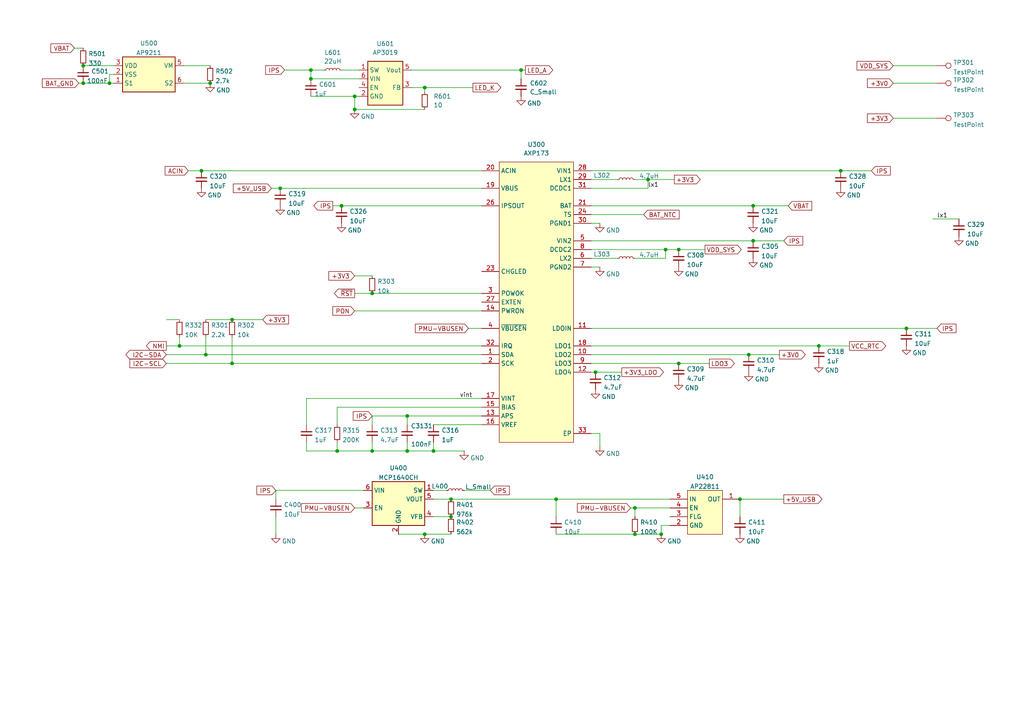
<source format=kicad_sch>
(kicad_sch (version 20211123) (generator eeschema)
  (paper "A4")
  (lib_symbols
    (symbol "Connector:TestPoint" (pin_numbers hide) (pin_names (offset 0.762) hide)
      (property "Reference" "TP" (at 0 6.858 0))
      (property "Value" "TestPoint" (at 0 5.08 0))
      (symbol "TestPoint_0_1"
        (circle (center 0 3.302) (radius 0.762))
      )
      (symbol "TestPoint_1_1"
        (pin passive line (at 0 0 90) (length 2.54) (name "1") (number "1"))
      )
    )
    (symbol "Device:C_Small" (pin_numbers hide) (pin_names (offset 0.254) hide)
      (property "Reference" "C" (at 0.254 1.778 0))
      (property "Value" "C_Small" (at 0.254 -2.032 0))
      (symbol "C_Small_0_1"
        (polyline (pts (xy -1.524 -0.508) (xy 1.524 -0.508)) (stroke (width 0.3302)))
        (polyline (pts (xy -1.524 0.508) (xy 1.524 0.508)) (stroke (width 0.3048)))
      )
      (symbol "C_Small_1_1"
        (pin passive line (at 0 2.54 270) (length 2.032) (name "~") (number "1"))
        (pin passive line (at 0 -2.54 90) (length 2.032) (name "~") (number "2"))
      )
    )
    (symbol "Device:L_Small" (pin_numbers hide) (pin_names (offset 0.254) hide)
      (property "Reference" "L" (at 0.762 1.016 0))
      (property "Value" "L_Small" (at 0.762 -1.016 0))
      (symbol "L_Small_0_1"
        (arc (start 0 -2.032) (mid 0.508 -1.524) (end 0 -1.016))
        (arc (start 0 -1.016) (mid 0.508 -0.508) (end 0 0))
        (arc (start 0 0) (mid 0.508 0.508) (end 0 1.016))
        (arc (start 0 1.016) (mid 0.508 1.524) (end 0 2.032))
      )
      (symbol "L_Small_1_1"
        (pin passive line (at 0 2.54 270) (length 0.508) (name "~") (number "1"))
        (pin passive line (at 0 -2.54 90) (length 0.508) (name "~") (number "2"))
      )
    )
    (symbol "Device:R_Small" (pin_numbers hide) (pin_names (offset 0.254) hide)
      (property "Reference" "R" (at 0.762 0.508 0))
      (property "Value" "R_Small" (at 0.762 -1.016 0))
      (symbol "R_Small_0_1"
        (rectangle (start -0.762 1.778) (end 0.762 -1.778) (stroke (width 0.2032)))
      )
      (symbol "R_Small_1_1"
        (pin passive line (at 0 2.54 270) (length 0.762) (name "~") (number "1"))
        (pin passive line (at 0 -2.54 90) (length 0.762) (name "~") (number "2"))
      )
    )
    (symbol "Regulator_Switching:MCP1640CH"
      (property "Reference" "U" (at -7.62 8.89 0))
      (property "Value" "MCP1640CH" (at -1.27 8.89 0))
      (symbol "MCP1640CH_0_1"
        (rectangle (start -7.62 7.62) (end 7.62 -5.08) (stroke (width 0.254)) (fill (type background)))
      )
      (symbol "MCP1640CH_1_1"
        (pin input line (at 10.16 5.08 180) (length 2.54) (name "SW") (number "1"))
        (pin power_in line (at 0 -7.62 90) (length 2.54) (name "GND") (number "2"))
        (pin input line (at -10.16 0 0) (length 2.54) (name "EN") (number "3"))
        (pin input line (at 10.16 -2.54 180) (length 2.54) (name "VFB") (number "4"))
        (pin power_out line (at 10.16 2.54 180) (length 2.54) (name "VOUT") (number "5"))
        (pin power_in line (at -10.16 5.08 0) (length 2.54) (name "VIN") (number "6"))
      )
    )
    (symbol "diodes:AP22811"
      (property "Reference" "U" (at -2.54 1.27 0))
      (property "Value" "AP22811" (at 5.08 1.27 0))
      (symbol "AP22811_0_1"
        (rectangle (start -5.08 0) (end 5.08 -12.7) (stroke (width 0.1524)) (fill (type background)))
      )
      (symbol "AP22811_1_1"
        (pin input line (at 10.16 -2.54 180) (length 5.08) (name "OUT") (number "1"))
        (pin input line (at -10.16 -10.16 0) (length 5.08) (name "GND") (number "2"))
        (pin input line (at -10.16 -7.62 0) (length 5.08) (name "FLG") (number "3"))
        (pin input line (at -10.16 -5.08 0) (length 5.08) (name "EN") (number "4"))
        (pin input line (at -10.16 -2.54 0) (length 5.08) (name "IN") (number "5"))
      )
    )
    (symbol "diodes:AP3019"
      (property "Reference" "U" (at -5.08 7.62 0))
      (property "Value" "AP3019" (at 5.08 7.62 0))
      (symbol "AP3019_0_1"
        (rectangle (start -5.08 5.08) (end 5.08 -7.62) (stroke (width 0.254)) (fill (type background)))
      )
      (symbol "AP3019_1_1"
        (pin open_collector line (at -7.62 2.54 0) (length 2.54) (name "SW") (number "1"))
        (pin power_in line (at -7.62 -5.08 0) (length 2.54) (name "GND") (number "2"))
        (pin input line (at 7.62 -2.54 180) (length 2.54) (name "FB") (number "3"))
        (pin input line (at -7.62 -2.54 0) (length 2.54) (name "EN") (number "4"))
        (pin output line (at 7.62 2.54 180) (length 2.54) (name "Vout") (number "5"))
        (pin power_in line (at -7.62 0 0) (length 2.54) (name "VIN") (number "6"))
      )
    )
    (symbol "diodes:AP9211"
      (property "Reference" "U" (at -7.62 6.35 0))
      (property "Value" "AP9211" (at 6.35 6.35 0))
      (symbol "AP9211_0_1"
        (rectangle (start -7.62 5.08) (end 7.62 -5.08) (stroke (width 0.254)) (fill (type background)))
      )
      (symbol "AP9211_1_1"
        (pin output line (at -10.16 -2.54 0) (length 2.54) (name "S1") (number "1"))
        (pin power_in line (at -10.16 0 0) (length 2.54) (name "VSS") (number "2"))
        (pin power_in line (at -10.16 2.54 0) (length 2.54) (name "VDD") (number "3"))
        (pin passive line (at 10.16 2.54 180) (length 2.54) (name "VM") (number "5"))
        (pin output line (at 10.16 -2.54 180) (length 2.54) (name "S2") (number "6"))
      )
    )
    (symbol "power:GND" (power) (pin_names (offset 0))
      (property "Value" "GND" (at 0 -3.81 0))
      (symbol "GND_0_1"
        (polyline (pts (xy 0 0) (xy 0 -1.27) (xy 1.27 -1.27) (xy 0 -2.54) (xy -1.27 -1.27) (xy 0 -1.27)))
      )
      (symbol "GND_1_1"
        (pin power_in line (at 0 0 270) (length 0) hide (name "GND") (number "1"))
      )
    )
    (symbol "xpowers:AXP173"
      (property "Reference" "U" (at -2.54 2.54 0))
      (property "Value" "AXP173" (at 3.81 2.54 0))
      (symbol "AXP173_0_1"
        (rectangle (start -10.16 0) (end 11.43 -81.28) (stroke (width 0.1524)) (fill (type background)))
      )
      (symbol "AXP173_1_0"
        (pin passive line (at -15.24 -55.88 0) (length 5.08) (name "SDA") (number "1"))
        (pin passive line (at 16.51 -55.88 180) (length 5.08) (name "LDO2") (number "10"))
        (pin passive line (at 16.51 -48.26 180) (length 5.08) (name "LDOIN") (number "11"))
        (pin passive line (at 16.51 -60.96 180) (length 5.08) (name "LDO4") (number "12"))
        (pin passive line (at -15.24 -73.66 0) (length 5.08) (name "APS") (number "13"))
        (pin passive line (at -15.24 -43.18 0) (length 5.08) (name "PWRON") (number "14"))
        (pin passive line (at -15.24 -71.12 0) (length 5.08) (name "BIAS") (number "15"))
        (pin passive line (at -15.24 -76.2 0) (length 5.08) (name "VREF") (number "16"))
        (pin passive line (at -15.24 -68.58 0) (length 5.08) (name "VINT") (number "17"))
        (pin passive line (at 16.51 -53.34 180) (length 5.08) (name "LDO1") (number "18"))
        (pin passive line (at -15.24 -7.62 0) (length 5.08) (name "VBUS") (number "19"))
        (pin passive line (at -15.24 -58.42 0) (length 5.08) (name "SCK") (number "2"))
        (pin passive line (at -15.24 -2.54 0) (length 5.08) (name "ACIN") (number "20"))
        (pin passive line (at 16.51 -12.7 180) (length 5.08) (name "BAT") (number "21"))
        (pin passive line (at 16.51 -12.7 180) (length 5.08) hide (name "BAT") (number "22"))
        (pin passive line (at -15.24 -31.75 0) (length 5.08) (name "CHGLED") (number "23"))
        (pin passive line (at 16.51 -15.24 180) (length 5.08) (name "TS") (number "24"))
        (pin passive line (at -15.24 -12.7 0) (length 5.08) hide (name "IPSOUT") (number "25"))
        (pin passive line (at -15.24 -12.7 0) (length 5.08) (name "IPSOUT") (number "26"))
        (pin passive line (at -15.24 -40.64 0) (length 5.08) (name "EXTEN") (number "27"))
        (pin passive line (at 16.51 -2.54 180) (length 5.08) (name "VIN1") (number "28"))
        (pin passive line (at 16.51 -5.08 180) (length 5.08) (name "LX1") (number "29"))
        (pin passive line (at -15.24 -38.1 0) (length 5.08) (name "POWOK") (number "3"))
        (pin passive line (at 16.51 -17.78 180) (length 5.08) (name "PGND1") (number "30"))
        (pin passive line (at 16.51 -7.62 180) (length 5.08) (name "DCDC1") (number "31"))
        (pin passive line (at -15.24 -53.34 0) (length 5.08) (name "IRQ") (number "32"))
        (pin passive line (at 16.51 -78.74 180) (length 5.08) (name "EP") (number "33"))
        (pin passive line (at -15.24 -48.26 0) (length 5.08) (name "~{VBUSEN}") (number "4"))
        (pin passive line (at 16.51 -22.86 180) (length 5.08) (name "VIN2") (number "5"))
        (pin passive line (at 16.51 -27.94 180) (length 5.08) (name "LX2") (number "6"))
        (pin passive line (at 16.51 -30.48 180) (length 5.08) (name "PGND2") (number "7"))
        (pin passive line (at 16.51 -25.4 180) (length 5.08) (name "DCDC2") (number "8"))
        (pin passive line (at 16.51 -58.42 180) (length 5.08) (name "LDO3") (number "9"))
      )
    )
  )
  (junction (at 262.89 95.25))
  (junction (at 196.85 72.39) (diameter 0.9144))
  (junction (at 67.31 92.71))
  (junction (at 102.87 31.75))
  (junction (at 99.06 59.69) (diameter 0.9144))
  (junction (at 237.49 100.33))
  (junction (at 243.84 49.53))
  (junction (at 184.15 147.32) (diameter 0.9144))
  (junction (at 196.85 105.41))
  (junction (at 31.75 24.13))
  (junction (at 151.13 20.32))
  (junction (at 67.31 105.41) (diameter 0.9144))
  (junction (at 58.42 49.53) (diameter 0.9144))
  (junction (at 125.73 130.81) (diameter 0.9144))
  (junction (at 107.95 130.81) (diameter 0.9144))
  (junction (at 218.44 59.69) (diameter 0.9144))
  (junction (at 24.13 24.13))
  (junction (at 118.11 130.81) (diameter 0.9144))
  (junction (at 90.17 22.86))
  (junction (at 191.77 154.94) (diameter 0.9144))
  (junction (at 123.19 154.94) (diameter 0.9144))
  (junction (at 60.96 24.13))
  (junction (at 107.95 85.09) (diameter 0.9144))
  (junction (at 217.17 102.87))
  (junction (at 161.29 144.78) (diameter 0.9144))
  (junction (at 187.96 52.07) (diameter 0.9144))
  (junction (at 90.17 20.32))
  (junction (at 184.15 154.94) (diameter 0.9144))
  (junction (at 81.28 54.61) (diameter 0.9144))
  (junction (at 193.04 72.39) (diameter 0.9144))
  (junction (at 218.44 69.85) (diameter 0.9144))
  (junction (at 172.72 107.95))
  (junction (at 102.87 27.94))
  (junction (at 130.81 149.86) (diameter 0.9144))
  (junction (at 123.19 25.4))
  (junction (at 52.07 100.33) (diameter 0.9144))
  (junction (at 214.63 144.78) (diameter 0.9144))
  (junction (at 97.79 130.81) (diameter 0.9144))
  (junction (at 59.69 102.87) (diameter 0.9144))
  (junction (at 118.11 120.65) (diameter 0.9144))
  (junction (at 24.13 19.05))
  (junction (at 130.81 144.78) (diameter 0.9144))
  (wire (pts (xy 259.08 34.29) (xy 271.78 34.29)))
  (wire (pts (xy 123.19 154.94) (xy 130.81 154.94)))
  (wire (pts (xy 119.38 20.32) (xy 151.13 20.32)))
  (wire (pts (xy 123.19 25.4) (xy 137.16 25.4)))
  (wire (pts (xy 48.26 105.41) (xy 67.31 105.41)))
  (wire (pts (xy 59.69 92.71) (xy 67.31 92.71)))
  (wire (pts (xy 67.31 92.71) (xy 76.2 92.71)))
  (wire (pts (xy 171.45 52.07) (xy 179.07 52.07)))
  (wire (pts (xy 125.73 130.81) (xy 134.62 130.81)))
  (wire (pts (xy 31.75 24.13) (xy 33.02 24.13)))
  (wire (pts (xy 80.01 142.24) (xy 105.41 142.24)))
  (wire (pts (xy 102.87 31.75) (xy 123.19 31.75)))
  (wire (pts (xy 102.87 147.32) (xy 105.41 147.32)))
  (wire (pts (xy 218.44 59.69) (xy 228.6 59.69)))
  (wire (pts (xy 118.11 128.27) (xy 118.11 130.81)))
  (wire (pts (xy 171.45 69.85) (xy 218.44 69.85)))
  (wire (pts (xy 81.28 54.61) (xy 139.7 54.61)))
  (wire (pts (xy 161.29 144.78) (xy 161.29 149.86)))
  (wire (pts (xy 171.45 125.73) (xy 173.99 125.73)))
  (wire (pts (xy 171.45 95.25) (xy 262.89 95.25)))
  (wire (pts (xy 262.89 95.25) (xy 271.78 95.25)))
  (wire (pts (xy 107.95 120.65) (xy 118.11 120.65)))
  (wire (pts (xy 171.45 105.41) (xy 196.85 105.41)))
  (wire (pts (xy 59.69 97.79) (xy 59.69 102.87)))
  (wire (pts (xy 187.96 52.07) (xy 184.15 52.07)))
  (wire (pts (xy 139.7 118.11) (xy 97.79 118.11)))
  (wire (pts (xy 161.29 144.78) (xy 194.31 144.78)))
  (wire (pts (xy 182.88 147.32) (xy 184.15 147.32)))
  (wire (pts (xy 125.73 128.27) (xy 125.73 130.81)))
  (wire (pts (xy 24.13 19.05) (xy 33.02 19.05)))
  (wire (pts (xy 171.45 100.33) (xy 237.49 100.33)))
  (wire (pts (xy 237.49 100.33) (xy 246.38 100.33)))
  (wire (pts (xy 123.19 25.4) (xy 123.19 26.67)))
  (wire (pts (xy 184.15 147.32) (xy 194.31 147.32)))
  (wire (pts (xy 259.08 19.05) (xy 271.78 19.05)))
  (wire (pts (xy 214.63 144.78) (xy 227.33 144.78)))
  (wire (pts (xy 134.62 142.24) (xy 142.24 142.24)))
  (wire (pts (xy 135.89 95.25) (xy 139.7 95.25)))
  (wire (pts (xy 88.9 128.27) (xy 88.9 130.81)))
  (wire (pts (xy 259.08 24.13) (xy 271.78 24.13)))
  (wire (pts (xy 270.51 63.5) (xy 278.13 63.5)))
  (wire (pts (xy 97.79 118.11) (xy 97.79 123.19)))
  (wire (pts (xy 171.45 72.39) (xy 193.04 72.39)))
  (wire (pts (xy 97.79 128.27) (xy 97.79 130.81)))
  (wire (pts (xy 52.07 97.79) (xy 52.07 100.33)))
  (wire (pts (xy 196.85 72.39) (xy 204.47 72.39)))
  (wire (pts (xy 78.74 54.61) (xy 81.28 54.61)))
  (wire (pts (xy 99.06 20.32) (xy 104.14 20.32)))
  (wire (pts (xy 22.86 24.13) (xy 24.13 24.13)))
  (wire (pts (xy 191.77 152.4) (xy 191.77 154.94)))
  (wire (pts (xy 172.72 107.95) (xy 180.34 107.95)))
  (wire (pts (xy 243.84 49.53) (xy 252.73 49.53)))
  (wire (pts (xy 171.45 49.53) (xy 243.84 49.53)))
  (wire (pts (xy 125.73 144.78) (xy 130.81 144.78)))
  (wire (pts (xy 82.55 20.32) (xy 90.17 20.32)))
  (wire (pts (xy 107.95 123.19) (xy 107.95 120.65)))
  (wire (pts (xy 187.96 54.61) (xy 187.96 52.07)))
  (wire (pts (xy 118.11 120.65) (xy 139.7 120.65)))
  (wire (pts (xy 90.17 22.86) (xy 90.17 20.32)))
  (wire (pts (xy 118.11 130.81) (xy 125.73 130.81)))
  (wire (pts (xy 125.73 123.19) (xy 139.7 123.19)))
  (wire (pts (xy 102.87 85.09) (xy 107.95 85.09)))
  (wire (pts (xy 48.26 92.71) (xy 52.07 92.71)))
  (wire (pts (xy 31.75 21.59) (xy 31.75 24.13)))
  (wire (pts (xy 96.52 59.69) (xy 99.06 59.69)))
  (wire (pts (xy 184.15 154.94) (xy 191.77 154.94)))
  (wire (pts (xy 90.17 20.32) (xy 93.98 20.32)))
  (wire (pts (xy 125.73 149.86) (xy 130.81 149.86)))
  (wire (pts (xy 161.29 154.94) (xy 184.15 154.94)))
  (wire (pts (xy 193.04 74.93) (xy 184.15 74.93)))
  (wire (pts (xy 171.45 62.23) (xy 186.69 62.23)))
  (wire (pts (xy 52.07 100.33) (xy 139.7 100.33)))
  (wire (pts (xy 107.95 85.09) (xy 139.7 85.09)))
  (wire (pts (xy 171.45 64.77) (xy 173.99 64.77)))
  (wire (pts (xy 193.04 72.39) (xy 196.85 72.39)))
  (wire (pts (xy 193.04 72.39) (xy 193.04 74.93)))
  (wire (pts (xy 187.96 52.07) (xy 195.58 52.07)))
  (wire (pts (xy 67.31 105.41) (xy 139.7 105.41)))
  (wire (pts (xy 130.81 144.78) (xy 161.29 144.78)))
  (wire (pts (xy 184.15 147.32) (xy 184.15 149.86)))
  (wire (pts (xy 173.99 125.73) (xy 173.99 129.54)))
  (wire (pts (xy 58.42 49.53) (xy 139.7 49.53)))
  (wire (pts (xy 107.95 128.27) (xy 107.95 130.81)))
  (wire (pts (xy 53.34 24.13) (xy 60.96 24.13)))
  (wire (pts (xy 218.44 69.85) (xy 227.33 69.85)))
  (wire (pts (xy 171.45 107.95) (xy 172.72 107.95)))
  (wire (pts (xy 171.45 59.69) (xy 218.44 59.69)))
  (wire (pts (xy 119.38 25.4) (xy 123.19 25.4)))
  (wire (pts (xy 80.01 149.86) (xy 80.01 154.94)))
  (wire (pts (xy 171.45 74.93) (xy 179.07 74.93)))
  (wire (pts (xy 24.13 24.13) (xy 31.75 24.13)))
  (wire (pts (xy 118.11 120.65) (xy 118.11 123.19)))
  (wire (pts (xy 151.13 20.32) (xy 152.4 20.32)))
  (wire (pts (xy 88.9 130.81) (xy 97.79 130.81)))
  (wire (pts (xy 102.87 80.01) (xy 107.95 80.01)))
  (wire (pts (xy 214.63 144.78) (xy 214.63 149.86)))
  (wire (pts (xy 102.87 27.94) (xy 102.87 31.75)))
  (wire (pts (xy 125.73 142.24) (xy 129.54 142.24)))
  (wire (pts (xy 115.57 154.94) (xy 123.19 154.94)))
  (wire (pts (xy 53.34 19.05) (xy 60.96 19.05)))
  (wire (pts (xy 21.59 13.97) (xy 24.13 13.97)))
  (wire (pts (xy 194.31 152.4) (xy 191.77 152.4)))
  (wire (pts (xy 104.14 22.86) (xy 90.17 22.86)))
  (wire (pts (xy 171.45 54.61) (xy 187.96 54.61)))
  (wire (pts (xy 48.26 100.33) (xy 52.07 100.33)))
  (wire (pts (xy 80.01 142.24) (xy 80.01 144.78)))
  (wire (pts (xy 171.45 77.47) (xy 173.99 77.47)))
  (wire (pts (xy 33.02 21.59) (xy 31.75 21.59)))
  (wire (pts (xy 139.7 115.57) (xy 88.9 115.57)))
  (wire (pts (xy 171.45 102.87) (xy 217.17 102.87)))
  (wire (pts (xy 217.17 102.87) (xy 226.06 102.87)))
  (wire (pts (xy 104.14 27.94) (xy 102.87 27.94)))
  (wire (pts (xy 97.79 130.81) (xy 107.95 130.81)))
  (wire (pts (xy 59.69 102.87) (xy 139.7 102.87)))
  (wire (pts (xy 151.13 20.32) (xy 151.13 22.86)))
  (wire (pts (xy 90.17 27.94) (xy 102.87 27.94)))
  (wire (pts (xy 54.61 49.53) (xy 58.42 49.53)))
  (wire (pts (xy 107.95 130.81) (xy 118.11 130.81)))
  (wire (pts (xy 88.9 115.57) (xy 88.9 123.19)))
  (wire (pts (xy 196.85 105.41) (xy 205.74 105.41)))
  (wire (pts (xy 67.31 97.79) (xy 67.31 105.41)))
  (wire (pts (xy 102.87 90.17) (xy 139.7 90.17)))
  (wire (pts (xy 99.06 59.69) (xy 139.7 59.69)))
  (wire (pts (xy 48.26 102.87) (xy 59.69 102.87)))
  (label "vint" (at 133.35 115.57 0))
  (label "lx1" (at 271.78 63.5 0))
  (label "lx1" (at 187.96 54.61 0))
  (global_label "+3V3_LDO" (shape output) (at 180.34 107.95 0) (property "Intersheet References" "${INTERSHEET_REFS}" (effects hide)))
  (global_label "IPS" (shape input) (at 271.78 95.25 0) (property "Intersheet References" "${INTERSHEET_REFS}" (effects hide)))
  (global_label "PMU-VBUSEN" (shape input) (at 102.87 147.32 180) (property "Intersheet References" "${INTERSHEET_REFS}" (effects hide)))
  (global_label "BAT_GND" (shape input) (at 22.86 24.13 180) (property "Intersheet References" "${INTERSHEET_REFS}" (effects hide)))
  (global_label "IPS" (shape input) (at 107.95 120.65 180) (property "Intersheet References" "${INTERSHEET_REFS}" (effects hide)))
  (global_label "IPS" (shape input) (at 142.24 142.24 0) (property "Intersheet References" "${INTERSHEET_REFS}" (effects hide)))
  (global_label "+3V3" (shape input) (at 102.87 80.01 180) (property "Intersheet References" "${INTERSHEET_REFS}" (effects hide)))
  (global_label "LED_A" (shape output) (at 152.4 20.32 0) (property "Intersheet References" "${INTERSHEET_REFS}" (effects hide)))
  (global_label "ACIN" (shape input) (at 54.61 49.53 180) (property "Intersheet References" "${INTERSHEET_REFS}" (effects hide)))
  (global_label "PON" (shape input) (at 102.87 90.17 180) (property "Intersheet References" "${INTERSHEET_REFS}" (effects hide)))
  (global_label "VBAT" (shape input) (at 228.6 59.69 0) (property "Intersheet References" "${INTERSHEET_REFS}" (effects hide)))
  (global_label "+3V3" (shape output) (at 195.58 52.07 0) (property "Intersheet References" "${INTERSHEET_REFS}" (effects hide)))
  (global_label "+5V_USB" (shape input) (at 78.74 54.61 180) (property "Intersheet References" "${INTERSHEET_REFS}" (effects hide)))
  (global_label "+3V0" (shape input) (at 259.08 24.13 180) (property "Intersheet References" "${INTERSHEET_REFS}" (effects hide)))
  (global_label "+3V3" (shape input) (at 76.2 92.71 0) (property "Intersheet References" "${INTERSHEET_REFS}" (effects hide)))
  (global_label "~{RST}" (shape output) (at 102.87 85.09 180) (property "Intersheet References" "${INTERSHEET_REFS}" (effects hide)))
  (global_label "IPS" (shape input) (at 82.55 20.32 180) (property "Intersheet References" "${INTERSHEET_REFS}" (effects hide)))
  (global_label "+5V_USB" (shape output) (at 227.33 144.78 0) (property "Intersheet References" "${INTERSHEET_REFS}" (effects hide)))
  (global_label "VDD_SYS" (shape input) (at 259.08 19.05 180) (property "Intersheet References" "${INTERSHEET_REFS}" (effects hide)))
  (global_label "I2C-SDA" (shape bidirectional) (at 48.26 102.87 180) (property "Intersheet References" "${INTERSHEET_REFS}" (effects hide)))
  (global_label "VBAT" (shape input) (at 21.59 13.97 180) (property "Intersheet References" "${INTERSHEET_REFS}" (effects hide)))
  (global_label "VDD_SYS" (shape output) (at 204.47 72.39 0) (property "Intersheet References" "${INTERSHEET_REFS}" (effects hide)))
  (global_label "IPS" (shape input) (at 252.73 49.53 0) (property "Intersheet References" "${INTERSHEET_REFS}" (effects hide)))
  (global_label "NMI" (shape output) (at 48.26 100.33 180) (property "Intersheet References" "${INTERSHEET_REFS}" (effects hide)))
  (global_label "IPS" (shape input) (at 80.01 142.24 180) (property "Intersheet References" "${INTERSHEET_REFS}" (effects hide)))
  (global_label "VCC_RTC" (shape output) (at 246.38 100.33 0) (property "Intersheet References" "${INTERSHEET_REFS}" (effects hide)))
  (global_label "+3V0" (shape output) (at 226.06 102.87 0) (property "Intersheet References" "${INTERSHEET_REFS}" (effects hide)))
  (global_label "IPS" (shape output) (at 96.52 59.69 180) (property "Intersheet References" "${INTERSHEET_REFS}" (effects hide)))
  (global_label "+3V3" (shape input) (at 259.08 34.29 180) (property "Intersheet References" "${INTERSHEET_REFS}" (effects hide)))
  (global_label "I2C-SCL" (shape input) (at 48.26 105.41 180) (property "Intersheet References" "${INTERSHEET_REFS}" (effects hide)))
  (global_label "IPS" (shape input) (at 227.33 69.85 0) (property "Intersheet References" "${INTERSHEET_REFS}" (effects hide)))
  (global_label "LDO3" (shape output) (at 205.74 105.41 0) (property "Intersheet References" "${INTERSHEET_REFS}" (effects hide)))
  (global_label "BAT_NTC" (shape input) (at 186.69 62.23 0) (property "Intersheet References" "${INTERSHEET_REFS}" (effects hide)))
  (global_label "PMU-VBUSEN" (shape input) (at 182.88 147.32 180) (property "Intersheet References" "${INTERSHEET_REFS}" (effects hide)))
  (global_label "LED_K" (shape output) (at 137.16 25.4 0) (property "Intersheet References" "${INTERSHEET_REFS}" (effects hide)))
  (global_label "PMU-VBUSEN" (shape input) (at 135.89 95.25 180) (property "Intersheet References" "${INTERSHEET_REFS}" (effects hide)))
  (symbol (lib_id "Device:L_Small") (at 96.52 20.32 90) (unit 1)
    (property "Reference" "L601" (at 96.52 15.24 90))
    (property "Value" "22uH" (at 96.52 17.78 90))
    (property "Footprint" "Inductor_SMD:L_Wuerth_MAPI-3010" (effects hide))
  )
  (symbol (lib_id "Device:R_Small") (at 52.07 95.25 0) (unit 1)
    (property "Reference" "R332" (at 53.5687 94.3415 0) (effects (justify left)))
    (property "Value" "10K" (at 53.5687 97.1166 0) (effects (justify left)))
    (property "Footprint" "Resistor_SMD:R_0402_1005Metric" (effects hide))
  )
  (symbol (lib_id "power:GND") (at 99.06 64.77 0) (unit 1)
    (property "Reference" "#PWR0129" (effects hide))
    (property "Value" "GND" (at 102.87 66.7926 0))
  )
  (symbol (lib_id "Device:R_Small") (at 130.81 152.4 0) (unit 1)
    (property "Reference" "R402" (at 132.3087 151.4915 0) (effects (justify left)))
    (property "Value" "562k" (at 132.3087 154.2666 0) (effects (justify left)))
    (property "Footprint" "Resistor_SMD:R_0402_1005Metric" (effects hide))
  )
  (symbol (lib_id "Device:R_Small") (at 67.31 95.25 0) (unit 1)
    (property "Reference" "R302" (at 68.8087 94.3415 0) (effects (justify left)))
    (property "Value" "10k" (at 68.8087 97.1166 0) (effects (justify left)))
    (property "Footprint" "Resistor_SMD:R_0402_1005Metric" (effects hide))
  )
  (symbol (lib_id "diodes:AP9211") (at 43.18 21.59 0) (unit 1)
    (property "Reference" "U500" (at 43.18 12.5434 0))
    (property "Value" "AP9211" (at 43.18 15.3185 0))
    (property "Footprint" "diodes:DFN-2030-6" (effects hide))
  )
  (symbol (lib_id "power:GND") (at 60.96 24.13 0) (unit 1)
    (property "Reference" "#PWR0131" (effects hide))
    (property "Value" "GND" (at 64.77 26.1526 0))
  )
  (symbol (lib_id "power:GND") (at 214.63 154.94 0) (unit 1)
    (property "Reference" "#PWR0137" (effects hide))
    (property "Value" "GND" (at 218.44 156.9626 0))
  )
  (symbol (lib_id "Device:C_Small") (at 172.72 110.49 0) (unit 1)
    (property "Reference" "C312" (at 175.0442 109.5815 0) (effects (justify left)))
    (property "Value" "4.7uF" (at 175.0442 112.3566 0) (effects (justify left)))
    (property "Footprint" "Capacitor_SMD:C_0603_1608Metric" (effects hide))
  )
  (symbol (lib_id "Device:C_Small") (at 88.9 125.73 0) (unit 1)
    (property "Reference" "C317" (at 91.2242 124.8215 0) (effects (justify left)))
    (property "Value" "1uF" (at 91.2242 127.5966 0) (effects (justify left)))
    (property "Footprint" "Capacitor_SMD:C_0402_1005Metric" (effects hide))
  )
  (symbol (lib_id "Device:R_Small") (at 184.15 152.4 0) (unit 1)
    (property "Reference" "R410" (at 185.6487 151.4915 0) (effects (justify left)))
    (property "Value" "100K" (at 185.6487 154.2666 0) (effects (justify left)))
    (property "Footprint" "Resistor_SMD:R_0402_1005Metric" (effects hide))
  )
  (symbol (lib_id "Device:C_Small") (at 80.01 147.32 0) (unit 1)
    (property "Reference" "C400" (at 82.3342 146.4115 0) (effects (justify left)))
    (property "Value" "10uF" (at 82.3342 149.1866 0) (effects (justify left)))
    (property "Footprint" "Capacitor_SMD:C_0603_1608Metric" (effects hide))
  )
  (symbol (lib_id "Device:R_Small") (at 130.81 147.32 0) (unit 1)
    (property "Reference" "R401" (at 132.3087 146.4115 0) (effects (justify left)))
    (property "Value" "976k" (at 132.3087 149.1866 0) (effects (justify left)))
    (property "Footprint" "Resistor_SMD:R_0402_1005Metric" (effects hide))
  )
  (symbol (lib_id "diodes:AP3019") (at 111.76 22.86 0) (unit 1)
    (property "Reference" "U601" (at 111.76 12.7 0))
    (property "Value" "AP3019" (at 111.76 15.24 0))
    (property "Footprint" "Package_TO_SOT_SMD:SOT-23-6" (effects hide))
  )
  (symbol (lib_id "power:GND") (at 278.13 68.58 0) (unit 1)
    (property "Reference" "#PWR0135" (effects hide))
    (property "Value" "GND" (at 281.94 70.6026 0))
  )
  (symbol (lib_id "Device:C_Small") (at 217.17 105.41 0) (unit 1)
    (property "Reference" "C310" (at 219.4942 104.5015 0) (effects (justify left)))
    (property "Value" "4.7uF" (at 219.4942 107.2766 0) (effects (justify left)))
    (property "Footprint" "Capacitor_SMD:C_0603_1608Metric" (effects hide))
  )
  (symbol (lib_id "power:GND") (at 217.17 107.95 0) (unit 1)
    (property "Reference" "#PWR0125" (effects hide))
    (property "Value" "GND" (at 220.98 109.9726 0))
  )
  (symbol (lib_id "Device:C_Small") (at 237.49 102.87 0) (unit 1)
    (property "Reference" "C318" (at 239.8142 101.9615 0) (effects (justify left)))
    (property "Value" "1uF" (at 239.8142 104.7366 0) (effects (justify left)))
    (property "Footprint" "Capacitor_SMD:C_0402_1005Metric" (effects hide))
  )
  (symbol (lib_id "Regulator_Switching:MCP1640CH") (at 115.57 147.32 0) (unit 1)
    (property "Reference" "U400" (at 115.57 135.7334 0))
    (property "Value" "MCP1640CH" (at 115.57 138.5085 0))
    (property "Footprint" "Package_TO_SOT_SMD:SOT-23-6" (effects hide))
    (property "Datasheet" "http://ww1.microchip.com/downloads/en/DeviceDoc/20002234D.pdf" (effects hide))
  )
  (symbol (lib_id "Device:L_Small") (at 181.61 74.93 90) (unit 1)
    (property "Reference" "L303" (at 174.5666 73.7305 90))
    (property "Value" "4.7uH" (at 188.2614 73.9213 90))
    (property "Footprint" "Inductor_SMD:L_TDK_NLV25_2.5x2.0mm" (effects hide))
  )
  (symbol (lib_id "Device:C_Small") (at 218.44 62.23 0) (unit 1)
    (property "Reference" "C321" (at 220.7642 61.3215 0) (effects (justify left)))
    (property "Value" "10uF" (at 220.7642 64.0966 0) (effects (justify left)))
    (property "Footprint" "Capacitor_SMD:C_0603_1608Metric" (effects hide))
  )
  (symbol (lib_id "Device:C_Small") (at 118.11 125.73 0) (unit 1)
    (property "Reference" "C3131" (at 119.1642 123.5515 0) (effects (justify left)))
    (property "Value" "100nF" (at 119.1642 128.8666 0) (effects (justify left)))
    (property "Footprint" "Capacitor_SMD:C_0402_1005Metric" (effects hide))
  )
  (symbol (lib_id "Device:R_Small") (at 24.13 16.51 0) (unit 1)
    (property "Reference" "R501" (at 25.6287 15.6015 0) (effects (justify left)))
    (property "Value" "330" (at 25.6287 18.3766 0) (effects (justify left)))
    (property "Footprint" "Resistor_SMD:R_0402_1005Metric" (effects hide))
  )
  (symbol (lib_id "xpowers:AXP173") (at 154.94 46.99 0) (unit 1)
    (property "Reference" "U300" (at 155.575 41.91 0))
    (property "Value" "AXP173" (at 155.575 44.45 0))
    (property "Footprint" "Package_DFN_QFN:VQFN-32-1EP_5x5mm_P0.5mm_EP3.5x3.5mm_ThermalVias" (effects hide))
  )
  (symbol (lib_id "Device:C_Small") (at 161.29 152.4 0) (unit 1)
    (property "Reference" "C410" (at 163.6142 151.4915 0) (effects (justify left)))
    (property "Value" "10uF" (at 163.6142 154.2666 0) (effects (justify left)))
    (property "Footprint" "Capacitor_SMD:C_0603_1608Metric" (effects hide))
  )
  (symbol (lib_id "power:GND") (at 173.99 64.77 0) (unit 1)
    (property "Reference" "#PWR0144" (effects hide))
    (property "Value" "GND" (at 177.8 66.7926 0))
  )
  (symbol (lib_id "power:GND") (at 58.42 54.61 0) (unit 1)
    (property "Reference" "#PWR0128" (effects hide))
    (property "Value" "GND" (at 62.23 56.6326 0))
  )
  (symbol (lib_id "Device:C_Small") (at 99.06 62.23 0) (unit 1)
    (property "Reference" "C326" (at 101.3842 61.3215 0) (effects (justify left)))
    (property "Value" "10uF" (at 101.3842 64.0966 0) (effects (justify left)))
    (property "Footprint" "Capacitor_SMD:C_0603_1608Metric" (effects hide))
  )
  (symbol (lib_id "Device:C_Small") (at 196.85 107.95 0) (unit 1)
    (property "Reference" "C309" (at 199.1742 107.0415 0) (effects (justify left)))
    (property "Value" "4.7uF" (at 199.1742 109.8166 0) (effects (justify left)))
    (property "Footprint" "Capacitor_SMD:C_0603_1608Metric" (effects hide))
  )
  (symbol (lib_id "power:GND") (at 243.84 54.61 0) (unit 1)
    (property "Reference" "#PWR0136" (effects hide))
    (property "Value" "GND" (at 247.65 56.6326 0))
  )
  (symbol (lib_id "power:GND") (at 151.13 27.94 0) (unit 1)
    (property "Reference" "#PWR0152" (effects hide))
    (property "Value" "GND" (at 154.94 29.9626 0))
  )
  (symbol (lib_id "Connector:TestPoint") (at 271.78 34.29 270) (unit 1)
    (property "Reference" "TP303" (at 276.4791 33.3815 90) (effects (justify left)))
    (property "Value" "TestPoint" (at 276.4791 36.1566 90) (effects (justify left)))
    (property "Footprint" "TestPoint:TestPoint_Pad_D1.0mm" (effects hide))
  )
  (symbol (lib_id "power:GND") (at 134.62 130.81 0) (unit 1)
    (property "Reference" "#PWR0145" (effects hide))
    (property "Value" "GND" (at 138.43 132.8326 0))
  )
  (symbol (lib_id "diodes:AP22811") (at 204.47 142.24 0) (unit 1)
    (property "Reference" "U410" (at 204.47 138.3242 0))
    (property "Value" "AP22811" (at 204.47 141.0993 0))
    (property "Footprint" "Package_TO_SOT_SMD:SOT-23-5" (effects hide))
  )
  (symbol (lib_id "Device:R_Small") (at 107.95 82.55 0) (unit 1)
    (property "Reference" "R303" (at 109.4487 81.6415 0) (effects (justify left)))
    (property "Value" "10k" (at 109.4487 84.4166 0) (effects (justify left)))
    (property "Footprint" "Resistor_SMD:R_0402_1005Metric" (effects hide))
  )
  (symbol (lib_id "power:GND") (at 81.28 59.69 0) (unit 1)
    (property "Reference" "#PWR0130" (effects hide))
    (property "Value" "GND" (at 85.09 61.7126 0))
  )
  (symbol (lib_id "power:GND") (at 196.85 77.47 0) (unit 1)
    (property "Reference" "#PWR0140" (effects hide))
    (property "Value" "GND" (at 200.66 79.4926 0))
  )
  (symbol (lib_id "Device:C_Small") (at 218.44 72.39 0) (unit 1)
    (property "Reference" "C305" (at 220.7642 71.4815 0) (effects (justify left)))
    (property "Value" "10uF" (at 220.7642 74.2566 0) (effects (justify left)))
    (property "Footprint" "Capacitor_SMD:C_0603_1608Metric" (effects hide))
  )
  (symbol (lib_id "power:GND") (at 218.44 64.77 0) (unit 1)
    (property "Reference" "#PWR0133" (effects hide))
    (property "Value" "GND" (at 222.25 66.7926 0))
  )
  (symbol (lib_id "Device:C_Small") (at 24.13 21.59 0) (unit 1)
    (property "Reference" "C501" (at 26.4542 20.6815 0) (effects (justify left)))
    (property "Value" "100nF" (at 25.1842 23.4566 0) (effects (justify left)))
    (property "Footprint" "Capacitor_SMD:C_0402_1005Metric" (effects hide))
  )
  (symbol (lib_id "Connector:TestPoint") (at 271.78 19.05 270) (unit 1)
    (property "Reference" "TP301" (at 276.4791 18.1415 90) (effects (justify left)))
    (property "Value" "TestPoint" (at 276.4791 20.9166 90) (effects (justify left)))
    (property "Footprint" "TestPoint:TestPoint_Pad_D1.0mm" (effects hide))
  )
  (symbol (lib_id "Device:C_Small") (at 214.63 152.4 0) (unit 1)
    (property "Reference" "C411" (at 216.9542 151.4915 0) (effects (justify left)))
    (property "Value" "10uF" (at 216.9542 154.2666 0) (effects (justify left)))
    (property "Footprint" "Capacitor_SMD:C_0603_1608Metric" (effects hide))
  )
  (symbol (lib_id "power:GND") (at 173.99 129.54 0) (unit 1)
    (property "Reference" "#PWR0138" (effects hide))
    (property "Value" "GND" (at 177.8 131.5626 0))
  )
  (symbol (lib_id "Device:C_Small") (at 58.42 52.07 0) (unit 1)
    (property "Reference" "C320" (at 60.7442 51.1615 0) (effects (justify left)))
    (property "Value" "10uF" (at 60.7442 53.9366 0) (effects (justify left)))
    (property "Footprint" "Capacitor_SMD:C_0603_1608Metric" (effects hide))
  )
  (symbol (lib_id "Device:R_Small") (at 60.96 21.59 0) (unit 1)
    (property "Reference" "R502" (at 62.4587 20.6815 0) (effects (justify left)))
    (property "Value" "2.7k" (at 62.4587 23.4566 0) (effects (justify left)))
    (property "Footprint" "Resistor_SMD:R_0402_1005Metric" (effects hide))
  )
  (symbol (lib_id "power:GND") (at 123.19 154.94 0) (unit 1)
    (property "Reference" "#PWR0146" (effects hide))
    (property "Value" "GND" (at 127 156.9626 0))
  )
  (symbol (lib_id "power:GND") (at 80.01 154.94 0) (unit 1)
    (property "Reference" "#PWR0132" (effects hide))
    (property "Value" "GND" (at 83.82 156.9626 0))
  )
  (symbol (lib_id "power:GND") (at 196.85 110.49 0) (unit 1)
    (property "Reference" "#PWR0142" (effects hide))
    (property "Value" "GND" (at 200.66 112.5126 0))
  )
  (symbol (lib_id "power:GND") (at 262.89 100.33 0) (unit 1)
    (property "Reference" "#PWR0127" (effects hide))
    (property "Value" "GND" (at 266.7 102.3526 0))
  )
  (symbol (lib_id "Device:C_Small") (at 196.85 74.93 0) (unit 1)
    (property "Reference" "C308" (at 199.1742 74.0215 0) (effects (justify left)))
    (property "Value" "10uF" (at 199.1742 76.7966 0) (effects (justify left)))
    (property "Footprint" "Capacitor_SMD:C_0603_1608Metric" (effects hide))
  )
  (symbol (lib_id "power:GND") (at 237.49 105.41 0) (unit 1)
    (property "Reference" "#PWR0126" (effects hide))
    (property "Value" "GND" (at 241.3 107.4326 0))
  )
  (symbol (lib_id "Device:C_Small") (at 151.13 25.4 0) (unit 1)
    (property "Reference" "C602" (at 153.67 24.1299 0) (effects (justify left)))
    (property "Value" "C_Small" (at 153.67 26.6699 0) (effects (justify left)))
    (property "Footprint" "Capacitor_SMD:C_0805_2012Metric" (effects hide))
  )
  (symbol (lib_id "power:GND") (at 191.77 154.94 0) (unit 1)
    (property "Reference" "#PWR0139" (effects hide))
    (property "Value" "GND" (at 195.58 156.9626 0))
  )
  (symbol (lib_id "Connector:TestPoint") (at 271.78 24.13 270) (unit 1)
    (property "Reference" "TP302" (at 276.4791 23.2215 90) (effects (justify left)))
    (property "Value" "TestPoint" (at 276.4791 25.9966 90) (effects (justify left)))
    (property "Footprint" "TestPoint:TestPoint_Pad_D1.0mm" (effects hide))
  )
  (symbol (lib_id "Device:R_Small") (at 59.69 95.25 0) (unit 1)
    (property "Reference" "R301" (at 61.1887 94.3415 0) (effects (justify left)))
    (property "Value" "2.2k" (at 61.1887 97.1166 0) (effects (justify left)))
    (property "Footprint" "Resistor_SMD:R_0402_1005Metric" (effects hide))
  )
  (symbol (lib_id "Device:C_Small") (at 262.89 97.79 0) (unit 1)
    (property "Reference" "C311" (at 265.2142 96.8815 0) (effects (justify left)))
    (property "Value" "10uF" (at 265.2142 99.6566 0) (effects (justify left)))
    (property "Footprint" "Capacitor_SMD:C_0603_1608Metric" (effects hide))
  )
  (symbol (lib_id "Device:R_Small") (at 97.79 125.73 0) (unit 1)
    (property "Reference" "R315" (at 99.2887 124.8215 0) (effects (justify left)))
    (property "Value" "200K" (at 99.2887 127.5966 0) (effects (justify left)))
    (property "Footprint" "Resistor_SMD:R_0402_1005Metric" (effects hide))
  )
  (symbol (lib_id "Device:C_Small") (at 107.95 125.73 0) (unit 1)
    (property "Reference" "C313" (at 110.2742 124.8215 0) (effects (justify left)))
    (property "Value" "4.7uF" (at 110.2742 127.5966 0) (effects (justify left)))
    (property "Footprint" "Capacitor_SMD:C_0603_1608Metric" (effects hide))
  )
  (symbol (lib_id "Device:C_Small") (at 90.17 25.4 0) (unit 1)
    (property "Reference" "C601" (at 92.4942 24.4915 0) (effects (justify left)))
    (property "Value" "1uF" (at 91.2242 27.2666 0) (effects (justify left)))
    (property "Footprint" "Capacitor_SMD:C_0402_1005Metric" (effects hide))
  )
  (symbol (lib_id "Device:C_Small") (at 125.73 125.73 0) (unit 1)
    (property "Reference" "C316" (at 128.0542 124.8215 0) (effects (justify left)))
    (property "Value" "1uF" (at 128.0542 127.5966 0) (effects (justify left)))
    (property "Footprint" "Capacitor_SMD:C_0402_1005Metric" (effects hide))
  )
  (symbol (lib_id "Device:C_Small") (at 278.13 66.04 0) (unit 1)
    (property "Reference" "C329" (at 280.4542 65.1315 0) (effects (justify left)))
    (property "Value" "10uF" (at 280.4542 67.9066 0) (effects (justify left)))
    (property "Footprint" "Capacitor_SMD:C_0603_1608Metric" (effects hide))
  )
  (symbol (lib_id "Device:C_Small") (at 243.84 52.07 0) (unit 1)
    (property "Reference" "C328" (at 246.1642 51.1615 0) (effects (justify left)))
    (property "Value" "10uF" (at 246.1642 53.9366 0) (effects (justify left)))
    (property "Footprint" "Capacitor_SMD:C_0603_1608Metric" (effects hide))
  )
  (symbol (lib_id "Device:L_Small") (at 132.08 142.24 90) (unit 1)
    (property "Reference" "L400" (at 127.5766 141.0405 90))
    (property "Value" "L_Small" (at 138.7314 141.2313 90))
    (property "Footprint" "Inductor_SMD:L_Wuerth_MAPI-2510" (effects hide))
  )
  (symbol (lib_id "power:GND") (at 102.87 31.75 0) (unit 1)
    (property "Reference" "#PWR0151" (effects hide))
    (property "Value" "GND" (at 106.68 33.7726 0))
  )
  (symbol (lib_id "power:GND") (at 172.72 113.03 0) (unit 1)
    (property "Reference" "#PWR0143" (effects hide))
    (property "Value" "GND" (at 176.53 115.0526 0))
  )
  (symbol (lib_id "Device:R_Small") (at 123.19 29.21 0) (unit 1)
    (property "Reference" "R601" (at 125.73 27.9399 0) (effects (justify left)))
    (property "Value" "10" (at 125.73 30.4799 0) (effects (justify left)))
    (property "Footprint" "Resistor_SMD:R_0805_2012Metric" (effects hide))
  )
  (symbol (lib_id "power:GND") (at 173.99 77.47 0) (unit 1)
    (property "Reference" "#PWR0141" (effects hide))
    (property "Value" "GND" (at 177.8 79.4926 0))
  )
  (symbol (lib_id "Device:L_Small") (at 181.61 52.07 90) (unit 1)
    (property "Reference" "L302" (at 174.5666 50.8705 90))
    (property "Value" "4.7uH" (at 188.2614 51.0613 90))
    (property "Footprint" "Inductor_SMD:L_TDK_NLV25_2.5x2.0mm" (effects hide))
  )
  (symbol (lib_id "power:GND") (at 218.44 74.93 0) (unit 1)
    (property "Reference" "#PWR0134" (effects hide))
    (property "Value" "GND" (at 222.25 76.9526 0))
  )
  (symbol (lib_id "Device:C_Small") (at 81.28 57.15 0) (unit 1)
    (property "Reference" "C319" (at 83.6042 56.2415 0) (effects (justify left)))
    (property "Value" "10uF" (at 83.6042 59.0166 0) (effects (justify left)))
    (property "Footprint" "Capacitor_SMD:C_0603_1608Metric" (effects hide))
  )
)
</source>
